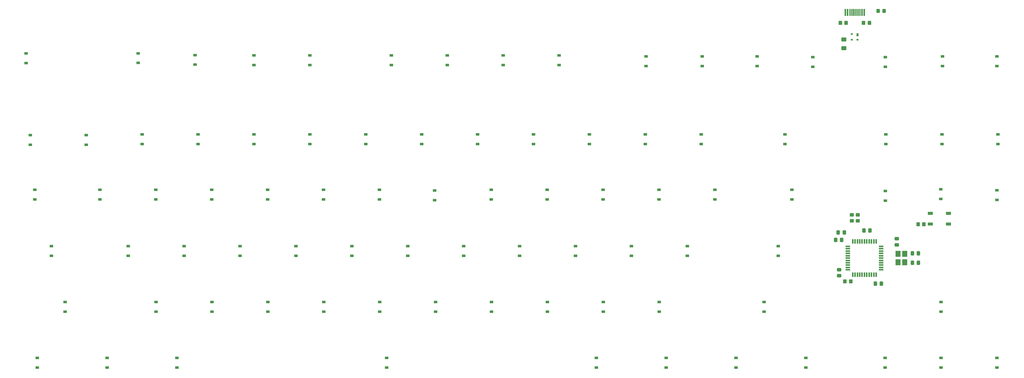
<source format=gbp>
G04 #@! TF.GenerationSoftware,KiCad,Pcbnew,(6.0.10)*
G04 #@! TF.CreationDate,2023-01-01T01:58:12-05:00*
G04 #@! TF.ProjectId,2ndKeyboard,326e644b-6579-4626-9f61-72642e6b6963,rev?*
G04 #@! TF.SameCoordinates,Original*
G04 #@! TF.FileFunction,Paste,Bot*
G04 #@! TF.FilePolarity,Positive*
%FSLAX46Y46*%
G04 Gerber Fmt 4.6, Leading zero omitted, Abs format (unit mm)*
G04 Created by KiCad (PCBNEW (6.0.10)) date 2023-01-01 01:58:12*
%MOMM*%
%LPD*%
G01*
G04 APERTURE LIST*
G04 Aperture macros list*
%AMRoundRect*
0 Rectangle with rounded corners*
0 $1 Rounding radius*
0 $2 $3 $4 $5 $6 $7 $8 $9 X,Y pos of 4 corners*
0 Add a 4 corners polygon primitive as box body*
4,1,4,$2,$3,$4,$5,$6,$7,$8,$9,$2,$3,0*
0 Add four circle primitives for the rounded corners*
1,1,$1+$1,$2,$3*
1,1,$1+$1,$4,$5*
1,1,$1+$1,$6,$7*
1,1,$1+$1,$8,$9*
0 Add four rect primitives between the rounded corners*
20,1,$1+$1,$2,$3,$4,$5,0*
20,1,$1+$1,$4,$5,$6,$7,0*
20,1,$1+$1,$6,$7,$8,$9,0*
20,1,$1+$1,$8,$9,$2,$3,0*%
G04 Aperture macros list end*
%ADD10R,1.200000X0.900000*%
%ADD11RoundRect,0.250000X-0.350000X-0.450000X0.350000X-0.450000X0.350000X0.450000X-0.350000X0.450000X0*%
%ADD12R,1.800000X1.100000*%
%ADD13RoundRect,0.250000X-0.337500X-0.475000X0.337500X-0.475000X0.337500X0.475000X-0.337500X0.475000X0*%
%ADD14RoundRect,0.250000X-0.325000X-0.450000X0.325000X-0.450000X0.325000X0.450000X-0.325000X0.450000X0*%
%ADD15R,1.800000X2.100000*%
%ADD16RoundRect,0.250000X0.337500X0.475000X-0.337500X0.475000X-0.337500X-0.475000X0.337500X-0.475000X0*%
%ADD17R,0.550000X1.500000*%
%ADD18R,1.500000X0.550000*%
%ADD19RoundRect,0.250000X0.350000X0.450000X-0.350000X0.450000X-0.350000X-0.450000X0.350000X-0.450000X0*%
%ADD20RoundRect,0.250001X-0.624999X0.462499X-0.624999X-0.462499X0.624999X-0.462499X0.624999X0.462499X0*%
%ADD21RoundRect,0.250000X0.475000X-0.337500X0.475000X0.337500X-0.475000X0.337500X-0.475000X-0.337500X0*%
%ADD22R,0.700000X1.000000*%
%ADD23R,0.700000X0.600000*%
%ADD24R,0.600000X2.450000*%
%ADD25R,0.300000X2.450000*%
%ADD26RoundRect,0.250000X-0.450000X0.350000X-0.450000X-0.350000X0.450000X-0.350000X0.450000X0.350000X0*%
%ADD27RoundRect,0.250000X-0.475000X0.337500X-0.475000X-0.337500X0.475000X-0.337500X0.475000X0.337500X0*%
G04 APERTURE END LIST*
D10*
X77102500Y-88248750D03*
X77102500Y-84948750D03*
X205740000Y-69436250D03*
X205740000Y-66136250D03*
X191452500Y-126586250D03*
X191452500Y-123286250D03*
X317658750Y-145636250D03*
X317658750Y-142336250D03*
X286652500Y-88248750D03*
X286652500Y-84948750D03*
D11*
X330920000Y-116210000D03*
X332920000Y-116210000D03*
D10*
X233521250Y-42448750D03*
X233521250Y-39148750D03*
D12*
X360030000Y-92990000D03*
X366230000Y-92990000D03*
X366230000Y-96690000D03*
X360030000Y-96690000D03*
D10*
X382746250Y-42848750D03*
X382746250Y-39548750D03*
X229502500Y-88248750D03*
X229502500Y-84948750D03*
X201040000Y-107536250D03*
X201040000Y-104236250D03*
X248602500Y-126586250D03*
X248602500Y-123286250D03*
D13*
X327752500Y-102050000D03*
X329827500Y-102050000D03*
D10*
X105790000Y-107536250D03*
X105790000Y-104236250D03*
X363696250Y-126586250D03*
X363696250Y-123286250D03*
X79533750Y-145636250D03*
X79533750Y-142336250D03*
X220090000Y-107536250D03*
X220090000Y-104236250D03*
X303371250Y-126586250D03*
X303371250Y-123286250D03*
D14*
X342265000Y-24030000D03*
X344315000Y-24030000D03*
D10*
X54871250Y-88286250D03*
X54871250Y-84986250D03*
X110490000Y-69436250D03*
X110490000Y-66136250D03*
X363596250Y-88086250D03*
X363596250Y-84786250D03*
X186690000Y-69436250D03*
X186690000Y-66136250D03*
D15*
X349052500Y-109717500D03*
X349052500Y-106817500D03*
X351352500Y-106817500D03*
X351352500Y-109717500D03*
D10*
X134302500Y-126586250D03*
X134302500Y-123286250D03*
D16*
X356002500Y-109855000D03*
X353927500Y-109855000D03*
D10*
X258190000Y-107536250D03*
X258190000Y-104236250D03*
X344746250Y-88686250D03*
X344746250Y-85386250D03*
X239140000Y-107536250D03*
X239140000Y-104236250D03*
X172402500Y-126586250D03*
X172402500Y-123286250D03*
X167640000Y-69436250D03*
X167640000Y-66136250D03*
X148590000Y-42448750D03*
X148590000Y-39148750D03*
D17*
X333592858Y-102567500D03*
X334392858Y-102567500D03*
X335192858Y-102567500D03*
X335992858Y-102567500D03*
X336792858Y-102567500D03*
X337592858Y-102567500D03*
X338392858Y-102567500D03*
X339192858Y-102567500D03*
X339992858Y-102567500D03*
X340792858Y-102567500D03*
X341592858Y-102567500D03*
D18*
X343292858Y-104267500D03*
X343292858Y-105067500D03*
X343292858Y-105867500D03*
X343292858Y-106667500D03*
X343292858Y-107467500D03*
X343292858Y-108267500D03*
X343292858Y-109067500D03*
X343292858Y-109867500D03*
X343292858Y-110667500D03*
X343292858Y-111467500D03*
X343292858Y-112267500D03*
D17*
X341592858Y-113967500D03*
X340792858Y-113967500D03*
X339992858Y-113967500D03*
X339192858Y-113967500D03*
X338392858Y-113967500D03*
X337592858Y-113967500D03*
X336792858Y-113967500D03*
X335992858Y-113967500D03*
X335192858Y-113967500D03*
X334392858Y-113967500D03*
X333592858Y-113967500D03*
D18*
X331892858Y-112267500D03*
X331892858Y-111467500D03*
X331892858Y-110667500D03*
X331892858Y-109867500D03*
X331892858Y-109067500D03*
X331892858Y-108267500D03*
X331892858Y-107467500D03*
X331892858Y-106667500D03*
X331892858Y-105867500D03*
X331892858Y-105067500D03*
X331892858Y-104267500D03*
D10*
X143890000Y-107536250D03*
X143890000Y-104236250D03*
X344646250Y-145636250D03*
X344646250Y-142336250D03*
X96152500Y-88248750D03*
X96152500Y-84948750D03*
D19*
X331358750Y-28098750D03*
X329358750Y-28098750D03*
D10*
X270033750Y-145636250D03*
X270033750Y-142336250D03*
X344702500Y-43048750D03*
X344702500Y-39748750D03*
X129540000Y-69436250D03*
X129540000Y-66136250D03*
D20*
X330540000Y-33755000D03*
X330540000Y-36730000D03*
D21*
X348615000Y-103748750D03*
X348615000Y-101673750D03*
D10*
X53340000Y-69642500D03*
X53340000Y-66342500D03*
X263196250Y-42848750D03*
X263196250Y-39548750D03*
D22*
X335270000Y-32120000D03*
D23*
X335270000Y-33820000D03*
X333270000Y-33820000D03*
X333270000Y-31920000D03*
D10*
X115202500Y-88248750D03*
X115202500Y-84948750D03*
X214471250Y-42448750D03*
X214471250Y-39148750D03*
X90146250Y-41755000D03*
X90146250Y-38455000D03*
X103346250Y-145636250D03*
X103346250Y-142336250D03*
X176371250Y-42448750D03*
X176371250Y-39148750D03*
X364046250Y-69436250D03*
X364046250Y-66136250D03*
X115252500Y-126586250D03*
X115252500Y-123286250D03*
X195421250Y-42448750D03*
X195421250Y-39148750D03*
X267602500Y-88248750D03*
X267602500Y-84948750D03*
X153352500Y-126586250D03*
X153352500Y-123286250D03*
X65246250Y-126586250D03*
X65246250Y-123286250D03*
D24*
X331102500Y-24565000D03*
X331877500Y-24565000D03*
D25*
X332577500Y-24565000D03*
X333077500Y-24565000D03*
X333577500Y-24565000D03*
X334077500Y-24565000D03*
X334577500Y-24565000D03*
X335077500Y-24565000D03*
X335577500Y-24565000D03*
X336077500Y-24565000D03*
D24*
X336777500Y-24565000D03*
X337552500Y-24565000D03*
D10*
X282296250Y-42848750D03*
X282296250Y-39548750D03*
X277240000Y-107536250D03*
X277240000Y-104236250D03*
X262890000Y-69436250D03*
X262890000Y-66136250D03*
X293846250Y-145636250D03*
X293846250Y-142336250D03*
X210452500Y-88248750D03*
X210452500Y-84948750D03*
X86740000Y-107536250D03*
X86740000Y-104236250D03*
X243840000Y-69436250D03*
X243840000Y-66136250D03*
X229552500Y-126586250D03*
X229552500Y-123286250D03*
D26*
X335290000Y-93560000D03*
X335290000Y-95560000D03*
D10*
X312846250Y-88248750D03*
X312846250Y-84948750D03*
X310515000Y-69436250D03*
X310515000Y-66136250D03*
X382746250Y-88486250D03*
X382746250Y-85186250D03*
X246221250Y-145636250D03*
X246221250Y-142336250D03*
X267652500Y-126586250D03*
X267652500Y-123286250D03*
D27*
X328980000Y-112212500D03*
X328980000Y-114287500D03*
D10*
X124840000Y-107536250D03*
X124840000Y-104236250D03*
X248552500Y-88248750D03*
X248552500Y-84948750D03*
X363696250Y-145636250D03*
X363696250Y-142336250D03*
X383096250Y-69436250D03*
X383096250Y-66136250D03*
X181990000Y-107536250D03*
X181990000Y-104236250D03*
X51952500Y-41805000D03*
X51952500Y-38505000D03*
D13*
X337412500Y-98830000D03*
X339487500Y-98830000D03*
D10*
X300996250Y-42848750D03*
X300996250Y-39548750D03*
D26*
X333246250Y-93560000D03*
X333246250Y-95560000D03*
D10*
X281940000Y-69436250D03*
X281940000Y-66136250D03*
X364152500Y-42848750D03*
X364152500Y-39548750D03*
X96202500Y-126586250D03*
X96202500Y-123286250D03*
D16*
X356002500Y-106680000D03*
X353927500Y-106680000D03*
D10*
X174783750Y-145636250D03*
X174783750Y-142336250D03*
X153302500Y-88248750D03*
X153302500Y-84948750D03*
D11*
X337296250Y-28098750D03*
X339296250Y-28098750D03*
D10*
X344846250Y-69361250D03*
X344846250Y-66061250D03*
X148590000Y-69436250D03*
X148590000Y-66136250D03*
X72390000Y-69636250D03*
X72390000Y-66336250D03*
X129540000Y-42448750D03*
X129540000Y-39148750D03*
X308196250Y-107536250D03*
X308196250Y-104236250D03*
D13*
X328652500Y-99500000D03*
X330727500Y-99500000D03*
D10*
X109490000Y-42348750D03*
X109490000Y-39048750D03*
X91440000Y-69436250D03*
X91440000Y-66136250D03*
X319990000Y-43048750D03*
X319990000Y-39748750D03*
X162940000Y-107536250D03*
X162940000Y-104236250D03*
X134252500Y-88248750D03*
X134252500Y-84948750D03*
X60546250Y-107536250D03*
X60546250Y-104236250D03*
X191152500Y-88567500D03*
X191152500Y-85267500D03*
X224790000Y-69436250D03*
X224790000Y-66136250D03*
X55721250Y-145636250D03*
X55721250Y-142336250D03*
X210502500Y-126586250D03*
X210502500Y-123286250D03*
D16*
X343392858Y-116998750D03*
X341317858Y-116998750D03*
D10*
X382746250Y-145636250D03*
X382746250Y-142336250D03*
D19*
X357870000Y-96780000D03*
X355870000Y-96780000D03*
D10*
X172352500Y-88248750D03*
X172352500Y-84948750D03*
M02*

</source>
